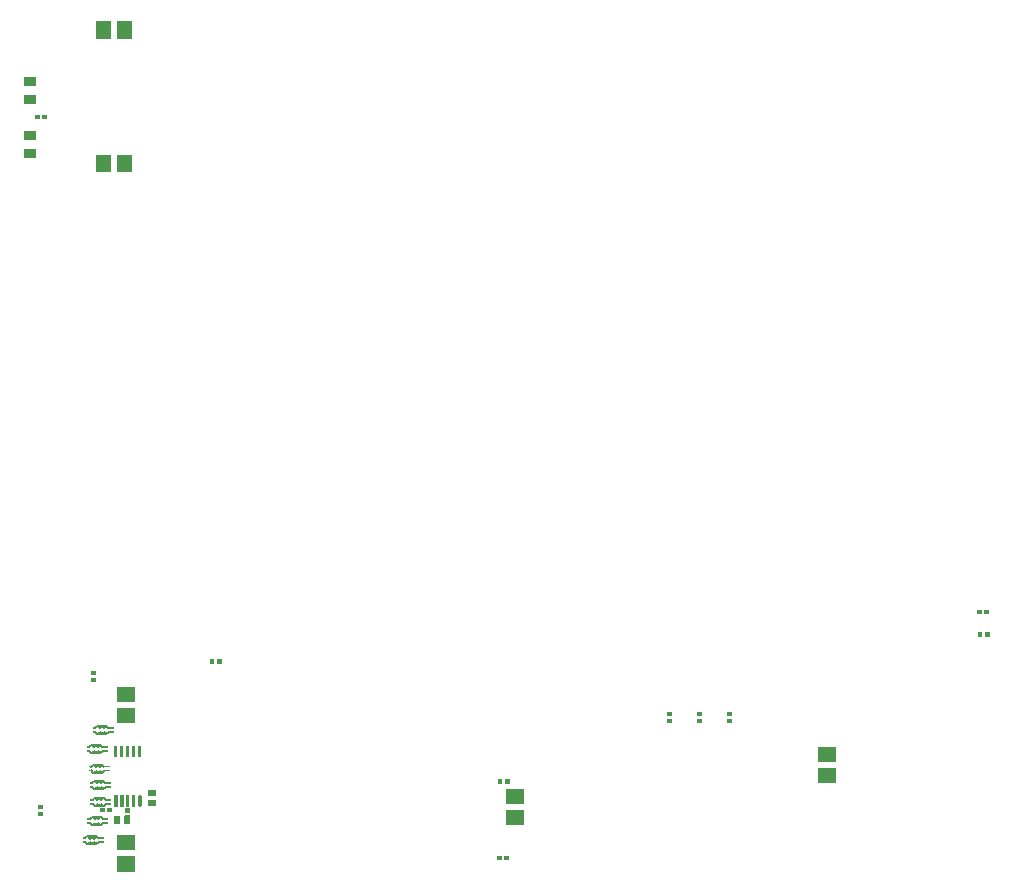
<source format=gbr>
G04 start of page 11 for group -4014 idx -4014 *
G04 Title: (unknown), bottompaste *
G04 Creator: pcb 1.99z *
G04 CreationDate: Sat 29 Oct 2016 01:04:33 AM GMT UTC *
G04 For: commonadmin *
G04 Format: Gerber/RS-274X *
G04 PCB-Dimensions (mil): 4000.00 3000.00 *
G04 PCB-Coordinate-Origin: lower left *
%MOIN*%
%FSLAX25Y25*%
%LNBOTTOMPASTE*%
%ADD108R,0.0512X0.0512*%
%ADD107R,0.0300X0.0300*%
%ADD106R,0.0197X0.0197*%
%ADD105R,0.0120X0.0120*%
%ADD104C,0.0120*%
%ADD103R,0.0060X0.0060*%
%ADD102C,0.0060*%
%ADD101C,0.0001*%
G54D101*G36*
X84213Y81318D02*Y79744D01*
X85787D01*
Y81318D01*
X84213D01*
G37*
G36*
X81851D02*Y79744D01*
X83425D01*
Y81318D01*
X81851D01*
G37*
G54D102*X41100Y19631D02*X44100D01*
X40400Y20331D02*X41100Y19631D01*
X44100D02*X44800Y20331D01*
G54D103*X46300D01*
X39900D02*X40400D01*
G54D102*X43200Y20231D02*X43800Y19631D01*
X42600D02*X43200Y20231D01*
X41400Y19631D02*X42000Y20231D01*
X42600Y19631D01*
X41000Y22231D02*X44100D01*
X40400Y21631D02*X41000Y22231D01*
X44100D02*X44700Y21631D01*
G54D103*X46300D01*
X39900D02*X40400D01*
G54D102*X43200Y21531D02*X43900Y22231D01*
X44100D01*
X42500D02*X43200Y21531D01*
X42000D02*X42700Y22231D01*
X41300D02*X42000Y21531D01*
X43550Y32331D02*X46550D01*
X42850Y33031D02*X43550Y32331D01*
X46550D02*X47250Y33031D01*
G54D103*X48750D01*
X42350D02*X42850D01*
G54D102*X45650Y32931D02*X46250Y32331D01*
X45050D02*X45650Y32931D01*
X43850Y32331D02*X44450Y32931D01*
X45050Y32331D01*
X43450Y34931D02*X46550D01*
X42850Y34331D02*X43450Y34931D01*
X46550D02*X47150Y34331D01*
G54D103*X48750D01*
X42350D02*X42850D01*
G54D102*X45650Y34231D02*X46350Y34931D01*
X46550D01*
X44950D02*X45650Y34231D01*
X44450D02*X45150Y34931D01*
X43750D02*X44450Y34231D01*
G54D104*X58500Y35331D02*Y32731D01*
G54D105*X56500Y35331D02*Y32731D01*
X54500Y35331D02*Y32731D01*
X52600Y35331D02*Y32731D01*
X50600Y35331D02*Y32731D01*
X50500Y51831D02*Y49231D01*
X52500Y51831D02*Y49231D01*
X54500Y51831D02*Y49231D01*
X56400Y51831D02*Y49231D01*
X58400Y51831D02*Y49231D01*
G54D102*X42600Y26031D02*X45600D01*
X41900Y26731D02*X42600Y26031D01*
X45600D02*X46300Y26731D01*
G54D103*X47800D01*
X41400D02*X41900D01*
G54D102*X44700Y26631D02*X45300Y26031D01*
X44100D02*X44700Y26631D01*
X42900Y26031D02*X43500Y26631D01*
X44100Y26031D01*
X42500Y28631D02*X45600D01*
X41900Y28031D02*X42500Y28631D01*
X45600D02*X46200Y28031D01*
G54D103*X47800D01*
X41400D02*X41900D01*
G54D102*X44700Y27931D02*X45400Y28631D01*
X45600D01*
X44000D02*X44700Y27931D01*
X43500D02*X44200Y28631D01*
X42800D02*X43500Y27931D01*
X43450Y38031D02*X46450D01*
X42750Y38731D02*X43450Y38031D01*
X46450D02*X47150Y38731D01*
G54D103*X48650D01*
X42250D02*X42750D01*
G54D102*X45550Y38631D02*X46150Y38031D01*
X44950D02*X45550Y38631D01*
X43750Y38031D02*X44350Y38631D01*
X44950Y38031D01*
X43350Y40631D02*X46450D01*
X42750Y40031D02*X43350Y40631D01*
X46450D02*X47050Y40031D01*
G54D103*X48650D01*
X42250D02*X42750D01*
G54D102*X45550Y39931D02*X46250Y40631D01*
X46450D01*
X44850D02*X45550Y39931D01*
X44350D02*X45050Y40631D01*
X43650D02*X44350Y39931D01*
X43100Y43531D02*X46100D01*
X42400Y44231D02*X43100Y43531D01*
X46100D02*X46800Y44231D01*
G54D103*X48300D01*
X41900D02*X42400D01*
G54D102*X45200Y44131D02*X45800Y43531D01*
X44600D02*X45200Y44131D01*
X43400Y43531D02*X44000Y44131D01*
X44600Y43531D01*
X43000Y46131D02*X46100D01*
X42400Y45531D02*X43000Y46131D01*
X46100D02*X46700Y45531D01*
G54D103*X48300D01*
X41900D02*X42400D01*
G54D102*X45200Y45431D02*X45900Y46131D01*
X46100D01*
X44500D02*X45200Y45431D01*
X44000D02*X44700Y46131D01*
X43300D02*X44000Y45431D01*
X42450Y50031D02*X45450D01*
X41750Y50731D02*X42450Y50031D01*
X45450D02*X46150Y50731D01*
G54D103*X47650D01*
X41250D02*X41750D01*
G54D102*X44550Y50631D02*X45150Y50031D01*
X43950D02*X44550Y50631D01*
X42750Y50031D02*X43350Y50631D01*
X43950Y50031D01*
X42350Y52631D02*X45450D01*
X41750Y52031D02*X42350Y52631D01*
X45450D02*X46050Y52031D01*
G54D103*X47650D01*
X41250D02*X41750D01*
G54D102*X44550Y51931D02*X45250Y52631D01*
X45450D01*
X43850D02*X44550Y51931D01*
X43350D02*X44050Y52631D01*
X42650D02*X43350Y51931D01*
X44450Y56331D02*X47450D01*
X43750Y57031D02*X44450Y56331D01*
X47450D02*X48150Y57031D01*
G54D103*X49650D01*
X43250D02*X43750D01*
G54D102*X46550Y56931D02*X47150Y56331D01*
X45950D02*X46550Y56931D01*
X44750Y56331D02*X45350Y56931D01*
X45950Y56331D01*
X44350Y58931D02*X47450D01*
X43750Y58331D02*X44350Y58931D01*
X47450D02*X48050Y58331D01*
G54D103*X49650D01*
X43250D02*X43750D01*
G54D102*X46550Y58231D02*X47250Y58931D01*
X47450D01*
X45850D02*X46550Y58231D01*
X45350D02*X46050Y58931D01*
X44650D02*X45350Y58231D01*
G54D106*X54148Y28193D02*Y27407D01*
X51000Y28193D02*Y27407D01*
G54D101*G36*
X47713Y31818D02*Y30244D01*
X49287D01*
Y31818D01*
X47713D01*
G37*
G36*
X45351D02*Y30244D01*
X46925D01*
Y31818D01*
X45351D01*
G37*
G54D106*X62107Y33532D02*X62893D01*
X62107Y36680D02*X62893D01*
G54D101*G36*
X24713Y32818D02*Y31244D01*
X26287D01*
Y32818D01*
X24713D01*
G37*
G36*
Y30456D02*Y28882D01*
X26287D01*
Y30456D01*
X24713D01*
G37*
G36*
X26075Y262818D02*Y261244D01*
X27649D01*
Y262818D01*
X26075D01*
G37*
G36*
X23713D02*Y261244D01*
X25287D01*
Y262818D01*
X23713D01*
G37*
G54D107*X21500Y256031D02*X22500D01*
X21500Y250031D02*X22500D01*
X21500Y268031D02*X22500D01*
X21500Y274031D02*X22500D01*
G54D101*G36*
X42213Y77499D02*Y75925D01*
X43787D01*
Y77499D01*
X42213D01*
G37*
G36*
Y75137D02*Y73563D01*
X43787D01*
Y75137D01*
X42213D01*
G37*
G36*
X340213Y90318D02*Y88744D01*
X341787D01*
Y90318D01*
X340213D01*
G37*
G36*
X337851D02*Y88744D01*
X339425D01*
Y90318D01*
X337851D01*
G37*
G36*
X340075Y97818D02*Y96244D01*
X341649D01*
Y97818D01*
X340075D01*
G37*
G36*
X337713D02*Y96244D01*
X339287D01*
Y97818D01*
X337713D01*
G37*
G36*
X244213Y61456D02*Y59882D01*
X245787D01*
Y61456D01*
X244213D01*
G37*
G36*
Y63818D02*Y62244D01*
X245787D01*
Y63818D01*
X244213D01*
G37*
G36*
X254213Y61456D02*Y59882D01*
X255787D01*
Y61456D01*
X254213D01*
G37*
G36*
Y63818D02*Y62244D01*
X255787D01*
Y63818D01*
X254213D01*
G37*
G36*
X234213Y61456D02*Y59882D01*
X235787D01*
Y61456D01*
X234213D01*
G37*
G36*
Y63818D02*Y62244D01*
X235787D01*
Y63818D01*
X234213D01*
G37*
G54D108*X46414Y291424D02*Y290638D01*
X53500Y291424D02*Y290638D01*
X46414Y246924D02*Y246138D01*
X53500Y246924D02*Y246138D01*
X53607Y62446D02*X54393D01*
X53607Y69532D02*X54393D01*
X53607Y20117D02*X54393D01*
X53607Y13031D02*X54393D01*
X287107Y42531D02*X287893D01*
X287107Y49617D02*X287893D01*
G54D101*G36*
X180213Y41318D02*Y39744D01*
X181787D01*
Y41318D01*
X180213D01*
G37*
G36*
X177851D02*Y39744D01*
X179425D01*
Y41318D01*
X177851D01*
G37*
G54D108*X183107Y28446D02*X183893D01*
X183107Y35532D02*X183893D01*
G54D101*G36*
X177713Y15818D02*Y14244D01*
X179287D01*
Y15818D01*
X177713D01*
G37*
G36*
X180075D02*Y14244D01*
X181649D01*
Y15818D01*
X180075D01*
G37*
G36*
X53713Y31587D02*Y30013D01*
X55287D01*
Y31587D01*
X53713D01*
G37*
G36*
Y29225D02*Y27651D01*
X55287D01*
Y29225D01*
X53713D01*
G37*
M02*

</source>
